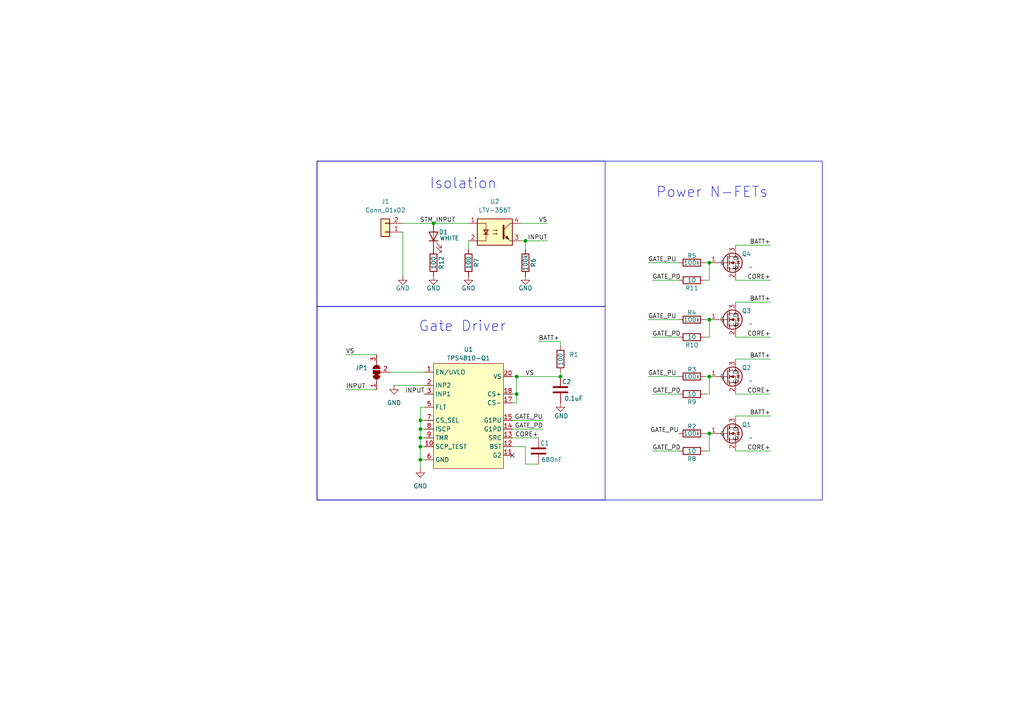
<source format=kicad_sch>
(kicad_sch (version 20250114) (generator "eeschema") (generator_version "9.0")
  (paper "A4")
  (title_block (title "300A Pack Breaker") (date "2025-10-27") (rev "1.0") (company "Brushfire Attack Drone") (comment 1 "Ian Walsh"))
  (lib_symbols
    (symbol "Connector_Generic:Conn_01x02" (pin_names (offset 1.016) (hide yes))
      (property "Reference" "J" (at 0 2.54 0))
      (property "Value" "Conn_01x02" (at 0 -5.08 0))
      (symbol "Conn_01x02_1_1"
        (rectangle (start -1.27 1.27) (end 1.27 -3.81) (stroke (width 0.254)) (fill (type background)))
        (rectangle (start -1.27 0.127) (end 0 -0.127) (stroke (width 0.1524)))
        (rectangle (start -1.27 -2.413) (end 0 -2.667) (stroke (width 0.1524)))
        (pin passive line (at -5.08 0 0) (length 3.81) (name "Pin_1") (number "1"))
        (pin passive line (at -5.08 -2.54 0) (length 3.81) (name "Pin_2") (number "2"))
      )
    )
    (symbol "Device:C" (pin_numbers (hide yes)) (pin_names (offset 0.254))
      (property "Reference" "C" (at 0.635 2.54 0))
      (property "Value" "C" (at 0.635 -2.54 0))
      (symbol "C_0_1"
        (polyline (pts (xy -2.032 0.762) (xy 2.032 0.762)) (stroke (width 0.508)))
        (polyline (pts (xy -2.032 -0.762) (xy 2.032 -0.762)) (stroke (width 0.508)))
      )
      (symbol "C_1_1"
        (pin passive line (at 0 3.81 270) (length 2.794) (name "~") (number "1"))
        (pin passive line (at 0 -3.81 90) (length 2.794) (name "~") (number "2"))
      )
    )
    (symbol "Device:LED" (pin_numbers (hide yes)) (pin_names (offset 1.016) (hide yes))
      (property "Reference" "D" (at 0 2.54 0))
      (property "Value" "LED" (at 0 -2.54 0))
      (symbol "LED_0_1"
        (polyline (pts (xy -3.048 -0.762) (xy -4.572 -2.286) (xy -3.81 -2.286) (xy -4.572 -2.286) (xy -4.572 -1.524)))
        (polyline (pts (xy -1.778 -0.762) (xy -3.302 -2.286) (xy -2.54 -2.286) (xy -3.302 -2.286) (xy -3.302 -1.524)))
        (polyline (pts (xy -1.27 0) (xy 1.27 0)))
        (polyline (pts (xy -1.27 -1.27) (xy -1.27 1.27)) (stroke (width 0.254)))
        (polyline (pts (xy 1.27 -1.27) (xy 1.27 1.27) (xy -1.27 0) (xy 1.27 -1.27)) (stroke (width 0.254)))
      )
      (symbol "LED_1_1"
        (pin passive line (at -3.81 0 0) (length 2.54) (name "K") (number "1"))
        (pin passive line (at 3.81 0 180) (length 2.54) (name "A") (number "2"))
      )
    )
    (symbol "Device:R" (pin_numbers (hide yes)) (pin_names (offset 0))
      (property "Reference" "R" (at 2.032 0 90))
      (property "Value" "R" (at 0 0 90))
      (symbol "R_0_1"
        (rectangle (start -1.016 -2.54) (end 1.016 2.54) (stroke (width 0.254)))
      )
      (symbol "R_1_1"
        (pin passive line (at 0 3.81 270) (length 1.27) (name "~") (number "1"))
        (pin passive line (at 0 -3.81 90) (length 1.27) (name "~") (number "2"))
      )
    )
    (symbol "Isolator:LTV-356T" (pin_names (offset 1.016))
      (property "Reference" "U" (at -5.334 4.826 0))
      (property "Value" "LTV-356T" (at 0 5.08 0))
      (symbol "LTV-356T_0_1"
        (rectangle (start -5.08 3.81) (end 5.08 -3.81) (stroke (width 0.254)) (fill (type background)))
        (polyline (pts (xy -5.08 2.54) (xy -2.54 2.54) (xy -2.54 -0.762)))
        (polyline (pts (xy -3.175 -0.635) (xy -1.905 -0.635)) (stroke (width 0.254)))
        (polyline (pts (xy -2.54 -0.635) (xy -2.54 -2.54) (xy -5.08 -2.54)))
        (polyline (pts (xy -2.54 -0.635) (xy -3.175 0.635) (xy -1.905 0.635) (xy -2.54 -0.635)) (stroke (width 0.254)))
        (polyline (pts (xy -0.508 0.508) (xy 0.762 0.508) (xy 0.381 0.381) (xy 0.381 0.635) (xy 0.762 0.508)))
        (polyline (pts (xy -0.508 -0.508) (xy 0.762 -0.508) (xy 0.381 -0.635) (xy 0.381 -0.381) (xy 0.762 -0.508)))
        (polyline (pts (xy 2.54 1.905) (xy 2.54 -1.905) (xy 2.54 -1.905)) (stroke (width 0.508)))
        (polyline (pts (xy 2.54 0.635) (xy 4.445 2.54)))
        (polyline (pts (xy 3.048 -1.651) (xy 3.556 -1.143) (xy 4.064 -2.159) (xy 3.048 -1.651) (xy 3.048 -1.651)) (fill (type outline)))
        (polyline (pts (xy 4.445 2.54) (xy 5.08 2.54)))
        (polyline (pts (xy 4.445 -2.54) (xy 2.54 -0.635)) (fill (type outline)))
        (polyline (pts (xy 4.445 -2.54) (xy 5.08 -2.54)))
      )
      (symbol "LTV-356T_1_1"
        (pin passive line (at -7.62 2.54 0) (length 2.54) (name "~") (number "1"))
        (pin passive line (at -7.62 -2.54 0) (length 2.54) (name "~") (number "2"))
        (pin passive line (at 7.62 2.54 180) (length 2.54) (name "~") (number "4"))
        (pin passive line (at 7.62 -2.54 180) (length 2.54) (name "~") (number "3"))
      )
    )
    (symbol "Jumper:SolderJumper_3_Bridged12" (pin_names (offset 0) (hide yes)) (exclude_from_sim yes) (in_bom no)
      (property "Reference" "JP" (at -2.54 -2.54 0))
      (property "Value" "SolderJumper_3_Bridged12" (at 0 2.794 0))
      (symbol "SolderJumper_3_Bridged12_0_1"
        (polyline (pts (xy -2.54 0) (xy -2.032 0)))
        (polyline (pts (xy -1.016 1.016) (xy -1.016 -1.016)))
        (rectangle (start -1.016 0.508) (end -0.508 -0.508) (fill (type outline)))
        (arc (start -1.016 -1.016) (mid -2.0276 0) (end -1.016 1.016))
        (arc (start -1.016 -1.016) (mid -2.0276 0) (end -1.016 1.016) (fill (type outline)))
        (rectangle (start -0.508 1.016) (end 0.508 -1.016) (fill (type outline)))
        (polyline (pts (xy 0 -1.27) (xy 0 -1.016)))
        (arc (start 1.016 1.016) (mid 2.0276 0) (end 1.016 -1.016))
        (arc (start 1.016 1.016) (mid 2.0276 0) (end 1.016 -1.016) (fill (type outline)))
        (polyline (pts (xy 1.016 1.016) (xy 1.016 -1.016)))
        (polyline (pts (xy 2.54 0) (xy 2.032 0)))
      )
      (symbol "SolderJumper_3_Bridged12_1_1"
        (pin passive line (at -5.08 0 0) (length 2.54) (name "A") (number "1"))
        (pin passive line (at 0 -3.81 90) (length 2.54) (name "C") (number "2"))
        (pin passive line (at 5.08 0 180) (length 2.54) (name "B") (number "3"))
      )
    )
    (symbol "OlinBAD:T_01_NTBLS0D8N08X"
      (property "Reference" "Q" (at 3.556 2.54 0))
      (symbol "T_01_NTBLS0D8N08X_0_1"
        (polyline (pts (xy -1.016 1.905) (xy -1.016 -1.905)) (stroke (width 0.254)))
        (polyline (pts (xy -1.016 0) (xy -3.81 0)))
        (polyline (pts (xy -0.508 2.286) (xy -0.508 1.27)) (stroke (width 0.254)))
        (polyline (pts (xy -0.508 0.508) (xy -0.508 -0.508)) (stroke (width 0.254)))
        (polyline (pts (xy -0.508 -1.27) (xy -0.508 -2.286)) (stroke (width 0.254)))
        (polyline (pts (xy -0.508 -1.778) (xy 2.032 -1.778) (xy 2.032 1.778) (xy -0.508 1.778)))
        (polyline (pts (xy -0.254 0) (xy 0.762 0.381) (xy 0.762 -0.381) (xy -0.254 0)) (fill (type outline)))
        (circle (center 0.381 0) (radius 2.794) (stroke (width 0.254)))
        (polyline (pts (xy 1.27 2.54) (xy 1.27 1.778)))
        (circle (center 1.27 1.778) (radius 0.254) (fill (type outline)))
        (circle (center 1.27 -1.778) (radius 0.254) (fill (type outline)))
        (polyline (pts (xy 1.27 -2.54) (xy 1.27 0) (xy -0.508 0)))
        (polyline (pts (xy 1.524 0.508) (xy 1.651 0.381) (xy 2.413 0.381) (xy 2.54 0.254)))
        (polyline (pts (xy 2.032 0.381) (xy 1.651 -0.254) (xy 2.413 -0.254) (xy 2.032 0.381)))
      )
      (symbol "T_01_NTBLS0D8N08X_1_1"
        (pin passive line (at -6.35 0 0) (length 2.54) (name "G") (number "1"))
        (pin passive line (at 1.27 5.08 270) (length 2.54) (name "D") (number "3"))
        (pin passive line (at 1.27 -5.08 90) (length 2.54) (name "S") (number "2"))
      )
    )
    (symbol "OlinBAD:U_01_TPS4810-Q1"
      (property "Reference" "U" (at 0 18.542 0))
      (property "Value" "TPS4810-Q1" (at 0 16.51 0))
      (symbol "U_01_TPS4810-Q1_1_1"
        (rectangle (start -10.16 15.24) (end 10.16 -15.24) (fill (type background)))
        (pin passive line (at -12.7 12.7 0) (length 2.54) (name "EN/UVLO") (number "1"))
        (pin passive line (at -12.7 8.89 0) (length 2.54) (name "INP2") (number "2"))
        (pin passive line (at -12.7 6.35 0) (length 2.54) (name "INP1") (number "3"))
        (pin passive line (at -12.7 2.54 0) (length 2.54) (name "FLT") (number "5"))
        (pin passive line (at -12.7 -1.27 0) (length 2.54) (name "CS_SEL") (number "7"))
        (pin passive line (at -12.7 -3.81 0) (length 2.54) (name "ISCP") (number "8"))
        (pin passive line (at -12.7 -6.35 0) (length 2.54) (name "TMR") (number "9"))
        (pin passive line (at -12.7 -8.89 0) (length 2.54) (name "SCP_TEST") (number "10"))
        (pin passive line (at -12.7 -12.7 0) (length 2.54) (name "GND") (number "6"))
        (pin passive line (at 12.7 11.43 180) (length 2.54) (name "VS") (number "20"))
        (pin passive line (at 12.7 6.35 180) (length 2.54) (name "CS+") (number "18"))
        (pin passive line (at 12.7 3.81 180) (length 2.54) (name "CS-") (number "17"))
        (pin passive line (at 12.7 -1.27 180) (length 2.54) (name "G1PU") (number "15"))
        (pin passive line (at 12.7 -3.81 180) (length 2.54) (name "G1PD") (number "14"))
        (pin passive line (at 12.7 -6.35 180) (length 2.54) (name "SRC") (number "13"))
        (pin passive line (at 12.7 -8.89 180) (length 2.54) (name "BST") (number "12"))
        (pin passive line (at 12.7 -11.43 180) (length 2.54) (name "G2") (number "11"))
      )
    )
    (symbol "power:GND" (power) (pin_numbers (hide yes)) (pin_names (offset 0) (hide yes))
      (property "Value" "GND" (at 0 -3.81 0))
      (symbol "GND_0_1"
        (polyline (pts (xy 0 0) (xy 0 -1.27) (xy 1.27 -1.27) (xy 0 -2.54) (xy -1.27 -1.27) (xy 0 -1.27)))
      )
      (symbol "GND_1_1"
        (pin power_in line (at 0 0 270) (length 0) (name "~") (number "1"))
      )
    )
  )
  (rectangle (start 91.948 46.736) (end 238.506 145.034))
  (rectangle (start 91.948 46.736) (end 175.514 88.9))
  (rectangle (start 91.948 88.9) (end 175.514 145.034))
  (text "Power N-FETs" (at 206.502 55.88 0) (effects (font (size 3 3))))
  (text "Gate Driver" (at 134.112 94.742 0) (effects (font (size 3 3))))
  (text "Isolation" (at 134.366 53.34 0) (effects (font (size 3 3))))
  (junction (at 149.86 109.22))
  (junction (at 121.92 129.54))
  (junction (at 121.92 133.35))
  (junction (at 149.86 114.3))
  (junction (at 121.92 124.46))
  (junction (at 152.4 69.85))
  (junction (at 205.74 109.22))
  (junction (at 121.92 121.92))
  (junction (at 162.56 109.22))
  (junction (at 205.74 92.71))
  (junction (at 121.92 127))
  (junction (at 205.74 76.2))
  (junction (at 205.74 125.73))
  (junction (at 125.73 64.77))
  (no_connect (at 148.59 132.08))
  (wire (pts (xy 189.23 97.79) (xy 196.85 97.79)))
  (wire (pts (xy 187.96 76.2) (xy 196.85 76.2)))
  (wire (pts (xy 149.86 109.22) (xy 148.59 109.22)))
  (wire (pts (xy 149.86 109.22) (xy 162.56 109.22)))
  (wire (pts (xy 121.92 133.35) (xy 121.92 129.54)))
  (wire (pts (xy 148.59 129.54) (xy 152.4 129.54)))
  (wire (pts (xy 152.4 69.85) (xy 158.75 69.85)))
  (wire (pts (xy 204.47 130.81) (xy 205.74 130.81)))
  (wire (pts (xy 223.52 120.65) (xy 213.36 120.65)))
  (wire (pts (xy 121.92 129.54) (xy 121.92 127)))
  (wire (pts (xy 151.13 64.77) (xy 158.75 64.77)))
  (wire (pts (xy 121.92 133.35) (xy 121.92 135.89)))
  (wire (pts (xy 121.92 118.11) (xy 123.19 118.11)))
  (wire (pts (xy 223.52 130.81) (xy 213.36 130.81)))
  (wire (pts (xy 100.33 102.87) (xy 109.22 102.87)))
  (wire (pts (xy 223.52 71.12) (xy 213.36 71.12)))
  (wire (pts (xy 205.74 97.79) (xy 205.74 92.71)))
  (wire (pts (xy 121.92 121.92) (xy 121.92 118.11)))
  (wire (pts (xy 223.52 97.79) (xy 213.36 97.79)))
  (wire (pts (xy 121.92 121.92) (xy 123.19 121.92)))
  (wire (pts (xy 116.84 64.77) (xy 125.73 64.77)))
  (wire (pts (xy 204.47 97.79) (xy 205.74 97.79)))
  (wire (pts (xy 204.47 81.28) (xy 205.74 81.28)))
  (wire (pts (xy 151.13 69.85) (xy 152.4 69.85)))
  (wire (pts (xy 187.96 109.22) (xy 196.85 109.22)))
  (wire (pts (xy 148.59 121.92) (xy 157.48 121.92)))
  (wire (pts (xy 189.23 130.81) (xy 196.85 130.81)))
  (wire (pts (xy 149.86 114.3) (xy 149.86 109.22)))
  (wire (pts (xy 223.52 104.14) (xy 213.36 104.14)))
  (wire (pts (xy 113.03 107.95) (xy 123.19 107.95)))
  (wire (pts (xy 148.59 116.84) (xy 149.86 116.84)))
  (wire (pts (xy 162.56 107.95) (xy 162.56 109.22)))
  (wire (pts (xy 162.56 100.33) (xy 162.56 99.06)))
  (wire (pts (xy 205.74 114.3) (xy 205.74 109.22)))
  (wire (pts (xy 121.92 124.46) (xy 121.92 121.92)))
  (wire (pts (xy 204.47 76.2) (xy 205.74 76.2)))
  (wire (pts (xy 152.4 129.54) (xy 152.4 134.62)))
  (wire (pts (xy 204.47 114.3) (xy 205.74 114.3)))
  (wire (pts (xy 204.47 92.71) (xy 205.74 92.71)))
  (wire (pts (xy 125.73 64.77) (xy 135.89 64.77)))
  (wire (pts (xy 121.92 127) (xy 121.92 124.46)))
  (wire (pts (xy 116.84 80.01) (xy 116.84 67.31)))
  (wire (pts (xy 135.89 72.39) (xy 135.89 69.85)))
  (wire (pts (xy 121.92 127) (xy 123.19 127)))
  (wire (pts (xy 123.19 111.76) (xy 114.3 111.76)))
  (wire (pts (xy 189.23 81.28) (xy 196.85 81.28)))
  (wire (pts (xy 149.86 116.84) (xy 149.86 114.3)))
  (wire (pts (xy 223.52 114.3) (xy 213.36 114.3)))
  (wire (pts (xy 187.96 92.71) (xy 196.85 92.71)))
  (wire (pts (xy 223.52 81.28) (xy 213.36 81.28)))
  (wire (pts (xy 223.52 87.63) (xy 213.36 87.63)))
  (wire (pts (xy 148.59 124.46) (xy 157.48 124.46)))
  (wire (pts (xy 204.47 109.22) (xy 205.74 109.22)))
  (wire (pts (xy 148.59 127) (xy 156.21 127)))
  (wire (pts (xy 121.92 129.54) (xy 123.19 129.54)))
  (wire (pts (xy 152.4 72.39) (xy 152.4 69.85)))
  (wire (pts (xy 100.33 113.03) (xy 109.22 113.03)))
  (wire (pts (xy 204.47 125.73) (xy 205.74 125.73)))
  (wire (pts (xy 121.92 124.46) (xy 123.19 124.46)))
  (wire (pts (xy 148.59 114.3) (xy 149.86 114.3)))
  (wire (pts (xy 156.21 99.06) (xy 162.56 99.06)))
  (wire (pts (xy 121.92 133.35) (xy 123.19 133.35)))
  (wire (pts (xy 152.4 134.62) (xy 156.21 134.62)))
  (wire (pts (xy 205.74 125.73) (xy 205.74 130.81)))
  (wire (pts (xy 189.23 114.3) (xy 196.85 114.3)))
  (wire (pts (xy 205.74 81.28) (xy 205.74 76.2)))
  (label "VS" (at 158.75 64.77 180))
  (label "INPUT" (at 123.19 114.3 180))
  (label "CORE+" (at 223.52 97.79 180))
  (label "CORE+" (at 223.52 81.28 180))
  (label "GATE_PD" (at 189.23 114.3 0))
  (label "BATT+" (at 223.52 120.65 180))
  (label "CORE+" (at 223.52 114.3 180))
  (label "GATE_PU" (at 196.85 125.73 180))
  (label "BATT+" (at 223.52 71.12 180))
  (label "BATT+" (at 156.21 99.06 0))
  (label "CORE+" (at 223.52 130.81 180))
  (label "GATE_PD" (at 157.48 124.46 180))
  (label "VS" (at 152.4 109.22 0))
  (label "BATT+" (at 223.52 104.14 180))
  (label "GATE_PU" (at 157.48 121.92 180))
  (label "GATE_PU" (at 187.96 76.2 0))
  (label "INPUT" (at 100.33 113.03 0))
  (label "GATE_PD" (at 189.23 130.81 0))
  (label "CORE+" (at 156.21 127 180))
  (label "BATT+" (at 223.52 87.63 180))
  (label "GATE_PU" (at 187.96 109.22 0))
  (label "GATE_PD" (at 189.23 81.28 0))
  (label "INPUT" (at 158.75 69.85 180))
  (label "VS" (at 100.33 102.87 0))
  (label "STM_INPUT" (at 132.08 64.77 180))
  (label "GATE_PU" (at 187.96 92.71 0))
  (label "GATE_PD" (at 189.23 97.79 0))
  (symbol (lib_id "Device:R") (at 200.66 114.3 90) (unit 1)
    (property "Reference" "R9" (at 200.66 116.586 90))
    (property "Value" "10" (at 200.66 114.3 90))
    (property "Footprint" "Resistor_SMD:R_0603_1608Metric" (effects (hide yes)))
    (property "Description" "Resistor" (effects (hide yes)))
  )
  (symbol (lib_id "Device:R") (at 135.89 76.2 180) (unit 1)
    (property "Reference" "R7" (at 138.176 76.2 90))
    (property "Value" "100" (at 135.89 76.2 90))
    (property "Footprint" "Resistor_SMD:R_0603_1608Metric" (effects (hide yes)))
    (property "Description" "Resistor" (effects (hide yes)))
  )
  (symbol (lib_id "power:GND") (at 116.84 80.01 0) (unit 1)
    (property "Reference" "#PWR06" (effects (hide yes)))
    (property "Value" "GND" (at 116.84 83.566 0))
    (property "Description" "Power symbol creates a global label with name \"GND\" , ground" (effects (hide yes)))
  )
  (symbol (lib_id "OlinBAD:T_01_NTBLS0D8N08X") (at 212.09 76.2 0) (unit 1)
    (property "Reference" "Q4" (at 215.138 73.66 0) (effects (justify left)))
    (property "Value" "~" (at 217.17 77.47 0) (effects (justify left)))
    (property "Footprint" "OlinBAD:NTBLS0D8N08X" (effects (hide yes)))
    (property "Datasheet" "https://www.onsemi.com/download/data-sheet/pdf/ntbls0d8n08x-d.pdf" (effects (hide yes)))
    (property "Description" "Power, Single N-Channel MOSFET" (effects (hide yes)))
  )
  (symbol (lib_id "Jumper:SolderJumper_3_Bridged12") (at 109.22 107.95 90) (unit 1) (exclude_from_sim yes) (in_bom no)
    (property "Reference" "JP1" (at 106.68 106.6799 90) (effects (justify left)))
    (property "Value" "SolderJumper_3_Bridged12" (effects (hide yes)))
    (property "Footprint" "Jumper:SolderJumper-3_P1.3mm_Bridged12_RoundedPad1.0x1.5mm" (effects (hide yes)))
    (property "Description" "3-pole Solder Jumper, pins 1+2 closed/bridged" (effects (hide yes)))
  )
  (symbol (lib_id "Connector_Generic:Conn_01x02") (at 111.76 67.31 180) (unit 1)
    (property "Reference" "J1" (at 111.76 58.42 0))
    (property "Value" "Conn_01x02" (at 111.76 60.96 0))
    (property "Footprint" "Connector_Molex:Molex_Nano-Fit_105313-xx02_1x02_P2.50mm_Horizontal" (effects (hide yes)))
    (property "Description" "Generic connector, single row, 01x02, script generated (kicad-library-utils/schlib/autogen/connector/)" (effects (hide yes)))
  )
  (symbol (lib_id "OlinBAD:T_01_NTBLS0D8N08X") (at 212.09 125.73 0) (unit 1)
    (property "Reference" "Q1" (at 215.138 123.19 0) (effects (justify left)))
    (property "Value" "~" (at 217.17 127 0) (effects (justify left)))
    (property "Footprint" "OlinBAD:NTBLS0D8N08X" (effects (hide yes)))
    (property "Datasheet" "https://www.onsemi.com/download/data-sheet/pdf/ntbls0d8n08x-d.pdf" (effects (hide yes)))
    (property "Description" "Power, Single N-Channel MOSFET" (effects (hide yes)))
  )
  (symbol (lib_id "OlinBAD:T_01_NTBLS0D8N08X") (at 212.09 109.22 0) (unit 1)
    (property "Reference" "Q2" (at 215.138 106.68 0) (effects (justify left)))
    (property "Value" "~" (at 217.17 110.49 0) (effects (justify left)))
    (property "Footprint" "OlinBAD:NTBLS0D8N08X" (effects (hide yes)))
    (property "Datasheet" "https://www.onsemi.com/download/data-sheet/pdf/ntbls0d8n08x-d.pdf" (effects (hide yes)))
    (property "Description" "Power, Single N-Channel MOSFET" (effects (hide yes)))
  )
  (symbol (lib_id "power:GND") (at 121.92 135.89 0) (unit 1)
    (property "Reference" "#PWR02" (effects (hide yes)))
    (property "Value" "GND" (at 121.92 140.97 0))
    (property "Description" "Power symbol creates a global label with name \"GND\" , ground" (effects (hide yes)))
  )
  (symbol (lib_id "Device:R") (at 200.66 109.22 270) (unit 1)
    (property "Reference" "R3" (at 200.66 107.188 90))
    (property "Value" "100k" (at 200.66 109.22 90))
    (property "Footprint" "Resistor_SMD:R_0603_1608Metric" (effects (hide yes)))
    (property "Description" "Resistor" (effects (hide yes)))
  )
  (symbol (lib_id "Device:C") (at 162.56 113.03 180) (unit 1)
    (property "Reference" "C2" (at 164.338 110.744 0))
    (property "Value" "0.1uF" (at 166.37 115.57 0))
    (property "Footprint" "Capacitor_SMD:C_0603_1608Metric" (effects (hide yes)))
    (property "Description" "Unpolarized capacitor" (effects (hide yes)))
  )
  (symbol (lib_id "power:GND") (at 114.3 111.76 0) (unit 1)
    (property "Reference" "#PWR01" (effects (hide yes)))
    (property "Value" "GND" (at 114.3 116.84 0))
    (property "Description" "Power symbol creates a global label with name \"GND\" , ground" (effects (hide yes)))
  )
  (symbol (lib_id "power:GND") (at 152.4 80.01 0) (unit 1)
    (property "Reference" "#PWR04" (effects (hide yes)))
    (property "Value" "GND" (at 152.4 83.566 0))
    (property "Description" "Power symbol creates a global label with name \"GND\" , ground" (effects (hide yes)))
  )
  (symbol (lib_id "Device:R") (at 200.66 76.2 270) (unit 1)
    (property "Reference" "R5" (at 200.66 74.168 90))
    (property "Value" "100k" (at 200.66 76.2 90))
    (property "Footprint" "Resistor_SMD:R_0603_1608Metric" (effects (hide yes)))
    (property "Description" "Resistor" (effects (hide yes)))
  )
  (symbol (lib_id "Device:R") (at 200.66 97.79 90) (unit 1)
    (property "Reference" "R10" (at 200.66 100.076 90))
    (property "Value" "10" (at 200.66 97.79 90))
    (property "Footprint" "Resistor_SMD:R_0603_1608Metric" (effects (hide yes)))
    (property "Description" "Resistor" (effects (hide yes)))
  )
  (symbol (lib_id "OlinBAD:T_01_NTBLS0D8N08X") (at 212.09 92.71 0) (unit 1)
    (property "Reference" "Q3" (at 215.138 90.17 0) (effects (justify left)))
    (property "Value" "~" (at 217.17 93.98 0) (effects (justify left)))
    (property "Footprint" "OlinBAD:NTBLS0D8N08X" (effects (hide yes)))
    (property "Datasheet" "https://www.onsemi.com/download/data-sheet/pdf/ntbls0d8n08x-d.pdf" (effects (hide yes)))
    (property "Description" "Power, Single N-Channel MOSFET" (effects (hide yes)))
  )
  (symbol (lib_id "OlinBAD:U_01_TPS4810-Q1") (at 135.89 120.65 0) (unit 1)
    (property "Reference" "U1" (at 135.89 101.346 0))
    (property "Value" "TPS4810-Q1" (at 135.89 103.886 0))
    (property "Footprint" "OlinBAD:VSSOP-19" (effects (hide yes)))
    (property "Datasheet" "https://www.ti.com/lit/ds/symlink/tps4810-q1.pdf" (effects (hide yes)))
  )
  (symbol (lib_id "Device:LED") (at 125.73 68.58 90) (unit 1)
    (property "Reference" "D1" (at 127.254 67.31 90) (effects (justify right)))
    (property "Value" "WHITE" (at 127.508 69.088 90) (effects (justify right)))
    (property "Footprint" "LED_SMD:LED_0805_2012Metric" (effects (hide yes)))
    (property "Description" "Light emitting diode" (effects (hide yes)))
  )
  (symbol (lib_id "Isolator:LTV-356T") (at 143.51 67.31 0) (unit 1)
    (property "Reference" "U2" (at 143.51 58.42 0))
    (property "Value" "LTV-356T" (at 143.51 60.96 0))
    (property "Footprint" "Package_SO:SO-4_4.4x3.6mm_P2.54mm" (effects (hide yes)))
    (property "Datasheet" "http://optoelectronics.liteon.com/upload/download/DS70-2001-010/LTV-356T%20series%20Rev.P.PDF" (effects (hide yes)))
    (property "Description" "DC Optocoupler, Vce 80V, CTR 50%, SO-4" (effects (hide yes)))
  )
  (symbol (lib_id "Device:R") (at 200.66 125.73 270) (unit 1)
    (property "Reference" "R2" (at 200.66 123.698 90))
    (property "Value" "100k" (at 200.66 125.73 90))
    (property "Footprint" "Resistor_SMD:R_0603_1608Metric" (effects (hide yes)))
    (property "Description" "Resistor" (effects (hide yes)))
  )
  (symbol (lib_id "power:GND") (at 125.73 80.01 0) (unit 1)
    (property "Reference" "#PWR07" (effects (hide yes)))
    (property "Value" "GND" (at 125.73 83.566 0))
    (property "Description" "Power symbol creates a global label with name \"GND\" , ground" (effects (hide yes)))
  )
  (symbol (lib_id "Device:C") (at 156.21 130.81 180) (unit 1)
    (property "Reference" "C1" (at 157.988 128.524 0))
    (property "Value" "680nF" (at 160.02 133.35 0))
    (property "Footprint" "Capacitor_SMD:C_0603_1608Metric" (effects (hide yes)))
    (property "Description" "Unpolarized capacitor" (effects (hide yes)))
  )
  (symbol (lib_id "Device:R") (at 200.66 81.28 90) (unit 1)
    (property "Reference" "R11" (at 200.66 83.566 90))
    (property "Value" "10" (at 200.66 81.28 90))
    (property "Footprint" "Resistor_SMD:R_0603_1608Metric" (effects (hide yes)))
    (property "Description" "Resistor" (effects (hide yes)))
  )
  (symbol (lib_id "power:GND") (at 162.56 116.84 0) (unit 1)
    (property "Reference" "#PWR03" (effects (hide yes)))
    (property "Value" "GND" (at 162.814 120.65 0))
    (property "Description" "Power symbol creates a global label with name \"GND\" , ground" (effects (hide yes)))
  )
  (symbol (lib_id "Device:R") (at 152.4 76.2 180) (unit 1)
    (property "Reference" "R6" (at 154.686 76.2 90))
    (property "Value" "100k" (at 152.4 76.2 90))
    (property "Footprint" "Resistor_SMD:R_0603_1608Metric" (effects (hide yes)))
    (property "Description" "Resistor" (effects (hide yes)))
  )
  (symbol (lib_id "power:GND") (at 135.89 80.01 0) (unit 1)
    (property "Reference" "#PWR05" (effects (hide yes)))
    (property "Value" "GND" (at 135.89 83.566 0))
    (property "Description" "Power symbol creates a global label with name \"GND\" , ground" (effects (hide yes)))
  )
  (symbol (lib_id "Device:R") (at 200.66 130.81 90) (unit 1)
    (property "Reference" "R8" (at 200.66 133.096 90))
    (property "Value" "10" (at 200.66 130.81 90))
    (property "Footprint" "Resistor_SMD:R_0603_1608Metric" (effects (hide yes)))
    (property "Description" "Resistor" (effects (hide yes)))
  )
  (symbol (lib_id "Device:R") (at 200.66 92.71 270) (unit 1)
    (property "Reference" "R4" (at 200.66 90.678 90))
    (property "Value" "100k" (at 200.66 92.71 90))
    (property "Footprint" "Resistor_SMD:R_0603_1608Metric" (effects (hide yes)))
    (property "Description" "Resistor" (effects (hide yes)))
  )
  (symbol (lib_id "Device:R") (at 162.56 104.14 0) (unit 1)
    (property "Reference" "R1" (at 165.1 102.8699 0) (effects (justify left)))
    (property "Value" "100" (at 162.56 106.172 90) (effects (justify left)))
    (property "Footprint" "Resistor_SMD:R_0805_2012Metric" (effects (hide yes)))
    (property "Description" "Resistor" (effects (hide yes)))
  )
  (symbol (lib_id "Device:R") (at 125.73 76.2 180) (unit 1)
    (property "Reference" "R12" (at 128.016 76.2 90))
    (property "Value" "100" (at 125.73 76.2 90))
    (property "Footprint" "Resistor_SMD:R_0603_1608Metric" (effects (hide yes)))
    (property "Description" "Resistor" (effects (hide yes)))
  )
)
</source>
